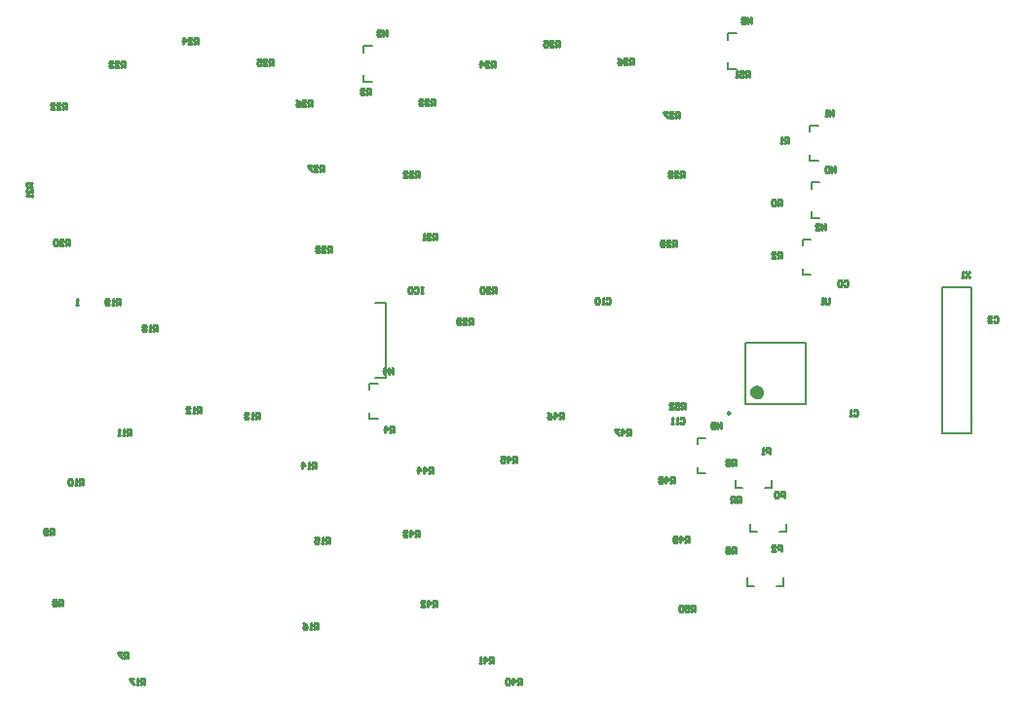
<source format=gbo>
G04*
G04 #@! TF.GenerationSoftware,Altium Limited,Altium Designer,19.0.14 (431)*
G04*
G04 Layer_Color=32896*
%FSLAX25Y25*%
%MOIN*%
G70*
G01*
G75*
%ADD10C,0.00591*%
%ADD11C,0.01000*%
%ADD55C,0.02362*%
%ADD56C,0.00984*%
%ADD57C,0.00787*%
%ADD58C,0.00800*%
D10*
X184000Y-27000D02*
Y23000D01*
X194000D01*
Y-27000D02*
Y23000D01*
X184000Y-27000D02*
X194000D01*
X100248Y-40843D02*
X103063D01*
X100248D02*
Y-38677D01*
Y-30803D02*
Y-28638D01*
X103063D01*
X110748Y97658D02*
X113563D01*
X110748D02*
Y99823D01*
Y107697D02*
Y109862D01*
X113563D01*
X138748Y78342D02*
X141563D01*
X138748Y76177D02*
Y78342D01*
Y66138D02*
Y68303D01*
Y66138D02*
X141563D01*
X139248Y58842D02*
X142063D01*
X139248Y56677D02*
Y58842D01*
Y46638D02*
Y48803D01*
Y46638D02*
X142063D01*
X136248Y27138D02*
X139063D01*
X136248D02*
Y29303D01*
Y37177D02*
Y39342D01*
X139063D01*
X129602Y-79315D02*
Y-76500D01*
X127437Y-79315D02*
X129602D01*
X117398D02*
X119563D01*
X117398D02*
Y-76500D01*
X125602Y-45815D02*
Y-43000D01*
X123437Y-45815D02*
X125602D01*
X113398D02*
X115563D01*
X113398D02*
Y-43000D01*
X-13815Y93398D02*
X-11000D01*
X-13815D02*
Y95563D01*
Y103437D02*
Y105602D01*
X-11000D01*
X-11815Y-22102D02*
X-9000D01*
X-11815D02*
Y-19937D01*
Y-12063D02*
Y-9898D01*
X-9000D01*
X130602Y-60815D02*
Y-58000D01*
X128437Y-60815D02*
X130602D01*
X118398D02*
X120563D01*
X118398D02*
Y-58000D01*
D11*
X-111500Y17100D02*
X-112167D01*
X-111833D01*
Y19099D01*
X-111500Y18766D01*
X94194Y-22108D02*
X94528Y-21775D01*
X95194D01*
X95527Y-22108D01*
Y-23441D01*
X95194Y-23774D01*
X94528D01*
X94194Y-23441D01*
X93528Y-23774D02*
X92861D01*
X93195D01*
Y-21775D01*
X93528Y-22108D01*
X91862Y-23774D02*
X91195D01*
X91529D01*
Y-21775D01*
X91862Y-22108D01*
X69067Y19057D02*
X69400Y19390D01*
X70067D01*
X70400Y19057D01*
Y17724D01*
X70067Y17391D01*
X69400D01*
X69067Y17724D01*
X68401Y17391D02*
X67734D01*
X68067D01*
Y19390D01*
X68401Y19057D01*
X66734D02*
X66401Y19390D01*
X65735D01*
X65402Y19057D01*
Y17724D01*
X65735Y17391D01*
X66401D01*
X66734Y17724D01*
Y19057D01*
X95906Y-18600D02*
Y-16601D01*
X94906D01*
X94573Y-16934D01*
Y-17600D01*
X94906Y-17933D01*
X95906D01*
X95239D02*
X94573Y-18600D01*
X92573Y-16601D02*
X93906D01*
Y-17600D01*
X93240Y-17267D01*
X92906D01*
X92573Y-17600D01*
Y-18267D01*
X92906Y-18600D01*
X93573D01*
X93906Y-18267D01*
X90574Y-18600D02*
X91907D01*
X90574Y-17267D01*
Y-16934D01*
X90907Y-16601D01*
X91574D01*
X91907Y-16934D01*
X118000Y95000D02*
Y96999D01*
X117000D01*
X116667Y96666D01*
Y96000D01*
X117000Y95666D01*
X118000D01*
X117333D02*
X116667Y95000D01*
X114668Y96999D02*
X116001D01*
Y96000D01*
X115334Y96333D01*
X115001D01*
X114668Y96000D01*
Y95333D01*
X115001Y95000D01*
X115667D01*
X116001Y95333D01*
X114001Y95000D02*
X113335D01*
X113668D01*
Y96999D01*
X114001Y96666D01*
X108200Y-25300D02*
Y-23301D01*
X106867Y-25300D01*
Y-23301D01*
X106201Y-24967D02*
X105867Y-25300D01*
X105201D01*
X104868Y-24967D01*
Y-23634D01*
X105201Y-23301D01*
X105867D01*
X106201Y-23634D01*
Y-23967D01*
X105867Y-24300D01*
X104868D01*
X118700Y113200D02*
Y115199D01*
X117367Y113200D01*
Y115199D01*
X116701Y114866D02*
X116367Y115199D01*
X115701D01*
X115368Y114866D01*
Y114533D01*
X115701Y114200D01*
X115368Y113866D01*
Y113533D01*
X115701Y113200D01*
X116367D01*
X116701Y113533D01*
Y113866D01*
X116367Y114200D01*
X116701Y114533D01*
Y114866D01*
X116367Y114200D02*
X115701D01*
X193300Y28299D02*
X191967Y26300D01*
Y28299D02*
X193300Y26300D01*
X191301D02*
X190634D01*
X190967D01*
Y28299D01*
X191301Y27966D01*
X145500Y19389D02*
Y17723D01*
X145167Y17390D01*
X144500D01*
X144167Y17723D01*
Y19389D01*
X143501Y17390D02*
X142834D01*
X143167D01*
Y19389D01*
X143501Y19056D01*
X114900Y-50551D02*
Y-48551D01*
X113900D01*
X113567Y-48885D01*
Y-49551D01*
X113900Y-49884D01*
X114900D01*
X114234D02*
X113567Y-50551D01*
X112901D02*
Y-48551D01*
X111901D01*
X111568Y-48885D01*
Y-49551D01*
X111901Y-49884D01*
X112901D01*
X112234D02*
X111568Y-50551D01*
X113400Y-68000D02*
Y-66001D01*
X112400D01*
X112067Y-66334D01*
Y-67000D01*
X112400Y-67334D01*
X113400D01*
X112733D02*
X112067Y-68000D01*
X110068Y-66334D02*
X110401Y-66001D01*
X111067D01*
X111401Y-66334D01*
Y-67667D01*
X111067Y-68000D01*
X110401D01*
X110068Y-67667D01*
Y-67000D01*
X110734D01*
X113484Y-37980D02*
Y-35981D01*
X112485D01*
X112151Y-36314D01*
Y-36981D01*
X112485Y-37314D01*
X113484D01*
X112818D02*
X112151Y-37980D01*
X111485Y-35981D02*
Y-37980D01*
X110485D01*
X110152Y-37647D01*
Y-37314D01*
X110485Y-36981D01*
X111485D01*
X110485D01*
X110152Y-36647D01*
Y-36314D01*
X110485Y-35981D01*
X111485D01*
X99447Y-88100D02*
Y-86101D01*
X98448D01*
X98114Y-86434D01*
Y-87100D01*
X98448Y-87434D01*
X99447D01*
X98781D02*
X98114Y-88100D01*
X96115Y-86101D02*
X97448D01*
Y-87100D01*
X96781Y-86767D01*
X96448D01*
X96115Y-87100D01*
Y-87767D01*
X96448Y-88100D01*
X97115D01*
X97448Y-87767D01*
X95448Y-86434D02*
X95115Y-86101D01*
X94449D01*
X94116Y-86434D01*
Y-87767D01*
X94449Y-88100D01*
X95115D01*
X95448Y-87767D01*
Y-86434D01*
X97400Y-64500D02*
Y-62501D01*
X96400D01*
X96067Y-62834D01*
Y-63500D01*
X96400Y-63834D01*
X97400D01*
X96734D02*
X96067Y-64500D01*
X94401D02*
Y-62501D01*
X95401Y-63500D01*
X94068D01*
X93401Y-64167D02*
X93068Y-64500D01*
X92402D01*
X92068Y-64167D01*
Y-62834D01*
X92402Y-62501D01*
X93068D01*
X93401Y-62834D01*
Y-63167D01*
X93068Y-63500D01*
X92068D01*
X92429Y-44100D02*
Y-42101D01*
X91429D01*
X91096Y-42434D01*
Y-43100D01*
X91429Y-43434D01*
X92429D01*
X91763D02*
X91096Y-44100D01*
X89430D02*
Y-42101D01*
X90430Y-43100D01*
X89097D01*
X88430Y-42434D02*
X88097Y-42101D01*
X87431D01*
X87098Y-42434D01*
Y-42767D01*
X87431Y-43100D01*
X87098Y-43434D01*
Y-43767D01*
X87431Y-44100D01*
X88097D01*
X88430Y-43767D01*
Y-43434D01*
X88097Y-43100D01*
X88430Y-42767D01*
Y-42434D01*
X88097Y-43100D02*
X87431D01*
X77361Y-27600D02*
Y-25601D01*
X76361D01*
X76028Y-25934D01*
Y-26600D01*
X76361Y-26934D01*
X77361D01*
X76695D02*
X76028Y-27600D01*
X74362D02*
Y-25601D01*
X75362Y-26600D01*
X74029D01*
X73362Y-25601D02*
X72029D01*
Y-25934D01*
X73362Y-27267D01*
Y-27600D01*
X54400Y-22100D02*
Y-20101D01*
X53400D01*
X53067Y-20434D01*
Y-21100D01*
X53400Y-21433D01*
X54400D01*
X53734D02*
X53067Y-22100D01*
X51401D02*
Y-20101D01*
X52401Y-21100D01*
X51068D01*
X49068Y-20101D02*
X49735Y-20434D01*
X50401Y-21100D01*
Y-21767D01*
X50068Y-22100D01*
X49402D01*
X49068Y-21767D01*
Y-21433D01*
X49402Y-21100D01*
X50401D01*
X38439Y-37100D02*
Y-35101D01*
X37439D01*
X37106Y-35434D01*
Y-36100D01*
X37439Y-36434D01*
X38439D01*
X37773D02*
X37106Y-37100D01*
X35440D02*
Y-35101D01*
X36440Y-36100D01*
X35107D01*
X33107Y-35101D02*
X34440D01*
Y-36100D01*
X33774Y-35767D01*
X33441D01*
X33107Y-36100D01*
Y-36767D01*
X33441Y-37100D01*
X34107D01*
X34440Y-36767D01*
X9829Y-40600D02*
Y-38601D01*
X8829D01*
X8496Y-38934D01*
Y-39600D01*
X8829Y-39934D01*
X9829D01*
X9163D02*
X8496Y-40600D01*
X6830D02*
Y-38601D01*
X7830Y-39600D01*
X6497D01*
X4831Y-40600D02*
Y-38601D01*
X5830Y-39600D01*
X4498D01*
X4900Y-62547D02*
Y-60548D01*
X3900D01*
X3567Y-60881D01*
Y-61548D01*
X3900Y-61881D01*
X4900D01*
X4234D02*
X3567Y-62547D01*
X1901D02*
Y-60548D01*
X2901Y-61548D01*
X1568D01*
X901Y-60881D02*
X568Y-60548D01*
X-98D01*
X-432Y-60881D01*
Y-61214D01*
X-98Y-61548D01*
X235D01*
X-98D01*
X-432Y-61881D01*
Y-62214D01*
X-98Y-62547D01*
X568D01*
X901Y-62214D01*
X10900Y-86500D02*
Y-84501D01*
X9900D01*
X9567Y-84834D01*
Y-85500D01*
X9900Y-85834D01*
X10900D01*
X10233D02*
X9567Y-86500D01*
X7901D02*
Y-84501D01*
X8901Y-85500D01*
X7568D01*
X5568Y-86500D02*
X6901D01*
X5568Y-85167D01*
Y-84834D01*
X5902Y-84501D01*
X6568D01*
X6901Y-84834D01*
X30400Y-105600D02*
Y-103601D01*
X29400D01*
X29067Y-103934D01*
Y-104600D01*
X29400Y-104934D01*
X30400D01*
X29734D02*
X29067Y-105600D01*
X27401D02*
Y-103601D01*
X28401Y-104600D01*
X27068D01*
X26401Y-105600D02*
X25735D01*
X26068D01*
Y-103601D01*
X26401Y-103934D01*
X40020Y-113147D02*
Y-111148D01*
X39021D01*
X38687Y-111481D01*
Y-112148D01*
X39021Y-112481D01*
X40020D01*
X39354D02*
X38687Y-113147D01*
X37021D02*
Y-111148D01*
X38021Y-112148D01*
X36688D01*
X36022Y-111481D02*
X35688Y-111148D01*
X35022D01*
X34689Y-111481D01*
Y-112814D01*
X35022Y-113147D01*
X35688D01*
X36022Y-112814D01*
Y-111481D01*
X92947Y36900D02*
Y38899D01*
X91948D01*
X91614Y38566D01*
Y37900D01*
X91948Y37566D01*
X92947D01*
X92281D02*
X91614Y36900D01*
X90948Y38566D02*
X90615Y38899D01*
X89948D01*
X89615Y38566D01*
Y38233D01*
X89948Y37900D01*
X90281D01*
X89948D01*
X89615Y37566D01*
Y37233D01*
X89948Y36900D01*
X90615D01*
X90948Y37233D01*
X88949D02*
X88615Y36900D01*
X87949D01*
X87616Y37233D01*
Y38566D01*
X87949Y38899D01*
X88615D01*
X88949Y38566D01*
Y38233D01*
X88615Y37900D01*
X87616D01*
X95806Y60693D02*
Y62692D01*
X94806D01*
X94473Y62359D01*
Y61693D01*
X94806Y61359D01*
X95806D01*
X95139D02*
X94473Y60693D01*
X93806Y62359D02*
X93473Y62692D01*
X92807D01*
X92473Y62359D01*
Y62026D01*
X92807Y61693D01*
X93140D01*
X92807D01*
X92473Y61359D01*
Y61026D01*
X92807Y60693D01*
X93473D01*
X93806Y61026D01*
X91807Y62359D02*
X91474Y62692D01*
X90807D01*
X90474Y62359D01*
Y62026D01*
X90807Y61693D01*
X90474Y61359D01*
Y61026D01*
X90807Y60693D01*
X91474D01*
X91807Y61026D01*
Y61359D01*
X91474Y61693D01*
X91807Y62026D01*
Y62359D01*
X91474Y61693D02*
X90807D01*
X93947Y80847D02*
Y82847D01*
X92948D01*
X92614Y82513D01*
Y81847D01*
X92948Y81514D01*
X93947D01*
X93281D02*
X92614Y80847D01*
X91948Y82513D02*
X91615Y82847D01*
X90948D01*
X90615Y82513D01*
Y82180D01*
X90948Y81847D01*
X91281D01*
X90948D01*
X90615Y81514D01*
Y81181D01*
X90948Y80847D01*
X91615D01*
X91948Y81181D01*
X89948Y82847D02*
X88616D01*
Y82513D01*
X89948Y81181D01*
Y80847D01*
X78361Y99400D02*
Y101399D01*
X77361D01*
X77028Y101066D01*
Y100400D01*
X77361Y100066D01*
X78361D01*
X77694D02*
X77028Y99400D01*
X76362Y101066D02*
X76028Y101399D01*
X75362D01*
X75029Y101066D01*
Y100733D01*
X75362Y100400D01*
X75695D01*
X75362D01*
X75029Y100066D01*
Y99733D01*
X75362Y99400D01*
X76028D01*
X76362Y99733D01*
X73029Y101399D02*
X73696Y101066D01*
X74362Y100400D01*
Y99733D01*
X74029Y99400D01*
X73362D01*
X73029Y99733D01*
Y100066D01*
X73362Y100400D01*
X74362D01*
X52947Y105400D02*
Y107399D01*
X51948D01*
X51614Y107066D01*
Y106400D01*
X51948Y106067D01*
X52947D01*
X52281D02*
X51614Y105400D01*
X50948Y107066D02*
X50615Y107399D01*
X49948D01*
X49615Y107066D01*
Y106733D01*
X49948Y106400D01*
X50281D01*
X49948D01*
X49615Y106067D01*
Y105733D01*
X49948Y105400D01*
X50615D01*
X50948Y105733D01*
X47616Y107399D02*
X48948D01*
Y106400D01*
X48282Y106733D01*
X47949D01*
X47616Y106400D01*
Y105733D01*
X47949Y105400D01*
X48615D01*
X48948Y105733D01*
X30953Y98400D02*
Y100399D01*
X29953D01*
X29620Y100066D01*
Y99400D01*
X29953Y99066D01*
X30953D01*
X30286D02*
X29620Y98400D01*
X28953Y100066D02*
X28620Y100399D01*
X27954D01*
X27621Y100066D01*
Y99733D01*
X27954Y99400D01*
X28287D01*
X27954D01*
X27621Y99066D01*
Y98733D01*
X27954Y98400D01*
X28620D01*
X28953Y98733D01*
X25954Y98400D02*
Y100399D01*
X26954Y99400D01*
X25621D01*
X10400Y85400D02*
Y87399D01*
X9400D01*
X9067Y87066D01*
Y86400D01*
X9400Y86066D01*
X10400D01*
X9734D02*
X9067Y85400D01*
X8401Y87066D02*
X8067Y87399D01*
X7401D01*
X7068Y87066D01*
Y86733D01*
X7401Y86400D01*
X7734D01*
X7401D01*
X7068Y86066D01*
Y85733D01*
X7401Y85400D01*
X8067D01*
X8401Y85733D01*
X6401Y87066D02*
X6068Y87399D01*
X5402D01*
X5068Y87066D01*
Y86733D01*
X5402Y86400D01*
X5735D01*
X5402D01*
X5068Y86066D01*
Y85733D01*
X5402Y85400D01*
X6068D01*
X6401Y85733D01*
X4900Y60686D02*
Y62686D01*
X3900D01*
X3567Y62352D01*
Y61686D01*
X3900Y61353D01*
X4900D01*
X4234D02*
X3567Y60686D01*
X2901Y62352D02*
X2567Y62686D01*
X1901D01*
X1568Y62352D01*
Y62019D01*
X1901Y61686D01*
X2234D01*
X1901D01*
X1568Y61353D01*
Y61019D01*
X1901Y60686D01*
X2567D01*
X2901Y61019D01*
X-432Y60686D02*
X901D01*
X-432Y62019D01*
Y62352D01*
X-98Y62686D01*
X568D01*
X901Y62352D01*
X10900Y39400D02*
Y41399D01*
X9900D01*
X9567Y41066D01*
Y40400D01*
X9900Y40066D01*
X10900D01*
X10233D02*
X9567Y39400D01*
X8901Y41066D02*
X8567Y41399D01*
X7901D01*
X7568Y41066D01*
Y40733D01*
X7901Y40400D01*
X8234D01*
X7901D01*
X7568Y40066D01*
Y39733D01*
X7901Y39400D01*
X8567D01*
X8901Y39733D01*
X6901Y39400D02*
X6235D01*
X6568D01*
Y41399D01*
X6901Y41066D01*
X31400Y20900D02*
Y22899D01*
X30400D01*
X30067Y22566D01*
Y21900D01*
X30400Y21566D01*
X31400D01*
X30734D02*
X30067Y20900D01*
X29401Y22566D02*
X29067Y22899D01*
X28401D01*
X28068Y22566D01*
Y22233D01*
X28401Y21900D01*
X28734D01*
X28401D01*
X28068Y21566D01*
Y21233D01*
X28401Y20900D01*
X29067D01*
X29401Y21233D01*
X27401Y22566D02*
X27068Y22899D01*
X26402D01*
X26068Y22566D01*
Y21233D01*
X26402Y20900D01*
X27068D01*
X27401Y21233D01*
Y22566D01*
X23447Y10400D02*
Y12399D01*
X22448D01*
X22114Y12066D01*
Y11400D01*
X22448Y11067D01*
X23447D01*
X22781D02*
X22114Y10400D01*
X20115D02*
X21448D01*
X20115Y11733D01*
Y12066D01*
X20448Y12399D01*
X21115D01*
X21448Y12066D01*
X19448Y10733D02*
X19115Y10400D01*
X18449D01*
X18116Y10733D01*
Y12066D01*
X18449Y12399D01*
X19115D01*
X19448Y12066D01*
Y11733D01*
X19115Y11400D01*
X18116D01*
X-25053Y34900D02*
Y36899D01*
X-26052D01*
X-26386Y36566D01*
Y35900D01*
X-26052Y35566D01*
X-25053D01*
X-25719D02*
X-26386Y34900D01*
X-28385D02*
X-27052D01*
X-28385Y36233D01*
Y36566D01*
X-28052Y36899D01*
X-27385D01*
X-27052Y36566D01*
X-29052D02*
X-29385Y36899D01*
X-30051D01*
X-30384Y36566D01*
Y36233D01*
X-30051Y35900D01*
X-30384Y35566D01*
Y35233D01*
X-30051Y34900D01*
X-29385D01*
X-29052Y35233D01*
Y35566D01*
X-29385Y35900D01*
X-29052Y36233D01*
Y36566D01*
X-29385Y35900D02*
X-30051D01*
X-27600Y62500D02*
Y64499D01*
X-28600D01*
X-28933Y64166D01*
Y63500D01*
X-28600Y63166D01*
X-27600D01*
X-28266D02*
X-28933Y62500D01*
X-30932D02*
X-29599D01*
X-30932Y63833D01*
Y64166D01*
X-30599Y64499D01*
X-29933D01*
X-29599Y64166D01*
X-31599Y64499D02*
X-32932D01*
Y64166D01*
X-31599Y62833D01*
Y62500D01*
X-31600Y84900D02*
Y86899D01*
X-32600D01*
X-32933Y86566D01*
Y85900D01*
X-32600Y85566D01*
X-31600D01*
X-32266D02*
X-32933Y84900D01*
X-34932D02*
X-33599D01*
X-34932Y86233D01*
Y86566D01*
X-34599Y86899D01*
X-33933D01*
X-33599Y86566D01*
X-36932Y86899D02*
X-36265Y86566D01*
X-35599Y85900D01*
Y85233D01*
X-35932Y84900D01*
X-36598D01*
X-36932Y85233D01*
Y85566D01*
X-36598Y85900D01*
X-35599D01*
X-45100Y98900D02*
Y100899D01*
X-46100D01*
X-46433Y100566D01*
Y99900D01*
X-46100Y99566D01*
X-45100D01*
X-45766D02*
X-46433Y98900D01*
X-48432D02*
X-47099D01*
X-48432Y100233D01*
Y100566D01*
X-48099Y100899D01*
X-47433D01*
X-47099Y100566D01*
X-50432Y100899D02*
X-49099D01*
Y99900D01*
X-49765Y100233D01*
X-50098D01*
X-50432Y99900D01*
Y99233D01*
X-50098Y98900D01*
X-49432D01*
X-49099Y99233D01*
X-70600Y106400D02*
Y108399D01*
X-71600D01*
X-71933Y108066D01*
Y107400D01*
X-71600Y107067D01*
X-70600D01*
X-71266D02*
X-71933Y106400D01*
X-73932D02*
X-72599D01*
X-73932Y107733D01*
Y108066D01*
X-73599Y108399D01*
X-72933D01*
X-72599Y108066D01*
X-75598Y106400D02*
Y108399D01*
X-74599Y107400D01*
X-75932D01*
X-95486Y98400D02*
Y100399D01*
X-96486D01*
X-96819Y100066D01*
Y99400D01*
X-96486Y99066D01*
X-95486D01*
X-96153D02*
X-96819Y98400D01*
X-98819D02*
X-97486D01*
X-98819Y99733D01*
Y100066D01*
X-98485Y100399D01*
X-97819D01*
X-97486Y100066D01*
X-99485D02*
X-99818Y100399D01*
X-100485D01*
X-100818Y100066D01*
Y99733D01*
X-100485Y99400D01*
X-100152D01*
X-100485D01*
X-100818Y99066D01*
Y98733D01*
X-100485Y98400D01*
X-99818D01*
X-99485Y98733D01*
X-115600Y83900D02*
Y85899D01*
X-116600D01*
X-116933Y85566D01*
Y84900D01*
X-116600Y84566D01*
X-115600D01*
X-116267D02*
X-116933Y83900D01*
X-118932D02*
X-117599D01*
X-118932Y85233D01*
Y85566D01*
X-118599Y85899D01*
X-117933D01*
X-117599Y85566D01*
X-120932Y83900D02*
X-119599D01*
X-120932Y85233D01*
Y85566D01*
X-120598Y85899D01*
X-119932D01*
X-119599Y85566D01*
X-127471Y58547D02*
X-129470D01*
Y57548D01*
X-129137Y57214D01*
X-128471D01*
X-128137Y57548D01*
Y58547D01*
Y57881D02*
X-127471Y57214D01*
Y55215D02*
Y56548D01*
X-128804Y55215D01*
X-129137D01*
X-129470Y55548D01*
Y56215D01*
X-129137Y56548D01*
X-127471Y54549D02*
Y53882D01*
Y54215D01*
X-129470D01*
X-129137Y54549D01*
X-114600Y37400D02*
Y39399D01*
X-115600D01*
X-115933Y39066D01*
Y38400D01*
X-115600Y38066D01*
X-114600D01*
X-115267D02*
X-115933Y37400D01*
X-117932D02*
X-116599D01*
X-117932Y38733D01*
Y39066D01*
X-117599Y39399D01*
X-116933D01*
X-116599Y39066D01*
X-118599D02*
X-118932Y39399D01*
X-119598D01*
X-119932Y39066D01*
Y37733D01*
X-119598Y37400D01*
X-118932D01*
X-118599Y37733D01*
Y39066D01*
X-97147Y17085D02*
Y19084D01*
X-98147D01*
X-98480Y18751D01*
Y18085D01*
X-98147Y17752D01*
X-97147D01*
X-97814D02*
X-98480Y17085D01*
X-99147D02*
X-99813D01*
X-99480D01*
Y19084D01*
X-99147Y18751D01*
X-100813Y17418D02*
X-101146Y17085D01*
X-101812D01*
X-102146Y17418D01*
Y18751D01*
X-101812Y19084D01*
X-101146D01*
X-100813Y18751D01*
Y18418D01*
X-101146Y18085D01*
X-102146D01*
X-84600Y7853D02*
Y9852D01*
X-85600D01*
X-85933Y9519D01*
Y8852D01*
X-85600Y8519D01*
X-84600D01*
X-85266D02*
X-85933Y7853D01*
X-86599D02*
X-87266D01*
X-86933D01*
Y9852D01*
X-86599Y9519D01*
X-88266D02*
X-88599Y9852D01*
X-89265D01*
X-89598Y9519D01*
Y9186D01*
X-89265Y8852D01*
X-89598Y8519D01*
Y8186D01*
X-89265Y7853D01*
X-88599D01*
X-88266Y8186D01*
Y8519D01*
X-88599Y8852D01*
X-88266Y9186D01*
Y9519D01*
X-88599Y8852D02*
X-89265D01*
X-89100Y-113100D02*
Y-111101D01*
X-90100D01*
X-90433Y-111434D01*
Y-112100D01*
X-90100Y-112434D01*
X-89100D01*
X-89766D02*
X-90433Y-113100D01*
X-91099D02*
X-91766D01*
X-91433D01*
Y-111101D01*
X-91099Y-111434D01*
X-92765Y-111101D02*
X-94098D01*
Y-111434D01*
X-92765Y-112767D01*
Y-113100D01*
X-29600Y-94100D02*
Y-92101D01*
X-30600D01*
X-30933Y-92434D01*
Y-93100D01*
X-30600Y-93434D01*
X-29600D01*
X-30266D02*
X-30933Y-94100D01*
X-31599D02*
X-32266D01*
X-31933D01*
Y-92101D01*
X-31599Y-92434D01*
X-34598Y-92101D02*
X-33932Y-92434D01*
X-33266Y-93100D01*
Y-93767D01*
X-33599Y-94100D01*
X-34265D01*
X-34598Y-93767D01*
Y-93434D01*
X-34265Y-93100D01*
X-33266D01*
X-25600Y-64553D02*
Y-62553D01*
X-26600D01*
X-26933Y-62887D01*
Y-63553D01*
X-26600Y-63886D01*
X-25600D01*
X-26266D02*
X-26933Y-64553D01*
X-27599D02*
X-28266D01*
X-27933D01*
Y-62553D01*
X-27599Y-62887D01*
X-30598Y-62553D02*
X-29265D01*
Y-63553D01*
X-29932Y-63220D01*
X-30265D01*
X-30598Y-63553D01*
Y-64219D01*
X-30265Y-64553D01*
X-29599D01*
X-29265Y-64219D01*
X-30167Y-39047D02*
Y-37048D01*
X-31167D01*
X-31500Y-37381D01*
Y-38048D01*
X-31167Y-38381D01*
X-30167D01*
X-30833D02*
X-31500Y-39047D01*
X-32166D02*
X-32833D01*
X-32500D01*
Y-37048D01*
X-32166Y-37381D01*
X-34832Y-39047D02*
Y-37048D01*
X-33832Y-38048D01*
X-35165D01*
X-49600Y-22053D02*
Y-20053D01*
X-50600D01*
X-50933Y-20387D01*
Y-21053D01*
X-50600Y-21386D01*
X-49600D01*
X-50266D02*
X-50933Y-22053D01*
X-51599D02*
X-52266D01*
X-51933D01*
Y-20053D01*
X-51599Y-20387D01*
X-53266D02*
X-53599Y-20053D01*
X-54265D01*
X-54598Y-20387D01*
Y-20720D01*
X-54265Y-21053D01*
X-53932D01*
X-54265D01*
X-54598Y-21386D01*
Y-21720D01*
X-54265Y-22053D01*
X-53599D01*
X-53266Y-21720D01*
X-69600Y-20100D02*
Y-18101D01*
X-70600D01*
X-70933Y-18434D01*
Y-19100D01*
X-70600Y-19433D01*
X-69600D01*
X-70266D02*
X-70933Y-20100D01*
X-71599D02*
X-72266D01*
X-71933D01*
Y-18101D01*
X-71599Y-18434D01*
X-74598Y-20100D02*
X-73265D01*
X-74598Y-18767D01*
Y-18434D01*
X-74265Y-18101D01*
X-73599D01*
X-73265Y-18434D01*
X-93547Y-27600D02*
Y-25601D01*
X-94547D01*
X-94880Y-25934D01*
Y-26600D01*
X-94547Y-26934D01*
X-93547D01*
X-94214D02*
X-94880Y-27600D01*
X-95547D02*
X-96213D01*
X-95880D01*
Y-25601D01*
X-95547Y-25934D01*
X-97213Y-27600D02*
X-97879D01*
X-97546D01*
Y-25601D01*
X-97213Y-25934D01*
X-110129Y-44600D02*
Y-42601D01*
X-111129D01*
X-111462Y-42934D01*
Y-43600D01*
X-111129Y-43934D01*
X-110129D01*
X-110795D02*
X-111462Y-44600D01*
X-112128D02*
X-112795D01*
X-112462D01*
Y-42601D01*
X-112128Y-42934D01*
X-113795D02*
X-114128Y-42601D01*
X-114794D01*
X-115127Y-42934D01*
Y-44267D01*
X-114794Y-44600D01*
X-114128D01*
X-113795Y-44267D01*
Y-42934D01*
X-120100Y-61600D02*
Y-59601D01*
X-121100D01*
X-121433Y-59934D01*
Y-60600D01*
X-121100Y-60934D01*
X-120100D01*
X-120766D02*
X-121433Y-61600D01*
X-122099Y-61267D02*
X-122433Y-61600D01*
X-123099D01*
X-123432Y-61267D01*
Y-59934D01*
X-123099Y-59601D01*
X-122433D01*
X-122099Y-59934D01*
Y-60267D01*
X-122433Y-60600D01*
X-123432D01*
X-117100Y-86100D02*
Y-84101D01*
X-118100D01*
X-118433Y-84434D01*
Y-85100D01*
X-118100Y-85434D01*
X-117100D01*
X-117766D02*
X-118433Y-86100D01*
X-119099Y-84434D02*
X-119433Y-84101D01*
X-120099D01*
X-120432Y-84434D01*
Y-84767D01*
X-120099Y-85100D01*
X-120432Y-85434D01*
Y-85767D01*
X-120099Y-86100D01*
X-119433D01*
X-119099Y-85767D01*
Y-85434D01*
X-119433Y-85100D01*
X-119099Y-84767D01*
Y-84434D01*
X-119433Y-85100D02*
X-120099D01*
X-94647Y-104100D02*
Y-102101D01*
X-95647D01*
X-95980Y-102434D01*
Y-103100D01*
X-95647Y-103434D01*
X-94647D01*
X-95314D02*
X-95980Y-104100D01*
X-96647Y-102101D02*
X-97979D01*
Y-102434D01*
X-96647Y-103767D01*
Y-104100D01*
X-3536Y-26854D02*
Y-24855D01*
X-4536D01*
X-4869Y-25188D01*
Y-25854D01*
X-4536Y-26188D01*
X-3536D01*
X-4203D02*
X-4869Y-26854D01*
X-6535D02*
Y-24855D01*
X-5536Y-25854D01*
X-6868D01*
X-11600Y88900D02*
Y90899D01*
X-12600D01*
X-12933Y90566D01*
Y89900D01*
X-12600Y89566D01*
X-11600D01*
X-12267D02*
X-12933Y88900D01*
X-13599Y90566D02*
X-13933Y90899D01*
X-14599D01*
X-14932Y90566D01*
Y90233D01*
X-14599Y89900D01*
X-14266D01*
X-14599D01*
X-14932Y89566D01*
Y89233D01*
X-14599Y88900D01*
X-13933D01*
X-13599Y89233D01*
X128947Y32900D02*
Y34899D01*
X127948D01*
X127614Y34566D01*
Y33900D01*
X127948Y33566D01*
X128947D01*
X128281D02*
X127614Y32900D01*
X125615D02*
X126948D01*
X125615Y34233D01*
Y34566D01*
X125948Y34899D01*
X126615D01*
X126948Y34566D01*
X131447Y72400D02*
Y74399D01*
X130448D01*
X130114Y74066D01*
Y73400D01*
X130448Y73066D01*
X131447D01*
X130781D02*
X130114Y72400D01*
X129448D02*
X128781D01*
X129115D01*
Y74399D01*
X129448Y74066D01*
X128931Y50900D02*
Y52899D01*
X127932D01*
X127599Y52566D01*
Y51900D01*
X127932Y51566D01*
X128931D01*
X128265D02*
X127599Y50900D01*
X126932Y52566D02*
X126599Y52899D01*
X125933D01*
X125599Y52566D01*
Y51233D01*
X125933Y50900D01*
X126599D01*
X126932Y51233D01*
Y52566D01*
X128900Y-67400D02*
Y-65401D01*
X127900D01*
X127567Y-65734D01*
Y-66400D01*
X127900Y-66734D01*
X128900D01*
X125568Y-67400D02*
X126901D01*
X125568Y-66067D01*
Y-65734D01*
X125901Y-65401D01*
X126567D01*
X126901Y-65734D01*
X124900Y-33900D02*
Y-31901D01*
X123900D01*
X123567Y-32234D01*
Y-32901D01*
X123900Y-33234D01*
X124900D01*
X122901Y-33900D02*
X122234D01*
X122567D01*
Y-31901D01*
X122901Y-32234D01*
X129905Y-48900D02*
Y-46901D01*
X128906D01*
X128573Y-47234D01*
Y-47900D01*
X128906Y-48234D01*
X129905D01*
X127906Y-47234D02*
X127573Y-46901D01*
X126907D01*
X126573Y-47234D01*
Y-48567D01*
X126907Y-48900D01*
X127573D01*
X127906Y-48567D01*
Y-47234D01*
X-3900Y-6600D02*
Y-4601D01*
X-5233Y-6600D01*
Y-4601D01*
X-6899Y-6600D02*
Y-4601D01*
X-5899Y-5600D01*
X-7232D01*
X-5900Y108900D02*
Y110899D01*
X-7233Y108900D01*
Y110899D01*
X-7899Y110566D02*
X-8233Y110899D01*
X-8899D01*
X-9232Y110566D01*
Y110233D01*
X-8899Y109900D01*
X-8566D01*
X-8899D01*
X-9232Y109566D01*
Y109233D01*
X-8899Y108900D01*
X-8233D01*
X-7899Y109233D01*
X144163Y42640D02*
Y44640D01*
X142830Y42640D01*
Y44640D01*
X140831Y42640D02*
X142164D01*
X140831Y43973D01*
Y44306D01*
X141164Y44640D01*
X141830D01*
X142164Y44306D01*
X146700Y81680D02*
Y83680D01*
X145367Y81680D01*
Y83680D01*
X144701Y81680D02*
X144034D01*
X144367D01*
Y83680D01*
X144701Y83346D01*
X147200Y62180D02*
Y64180D01*
X145867Y62180D01*
Y64180D01*
X145201Y63846D02*
X144867Y64180D01*
X144201D01*
X143868Y63846D01*
Y62514D01*
X144201Y62180D01*
X144867D01*
X145201Y62514D01*
Y63846D01*
X6435Y22933D02*
X5768D01*
X6102D01*
Y20934D01*
X6435D01*
X5768D01*
X3436Y22600D02*
X3769Y22933D01*
X4436D01*
X4769Y22600D01*
Y21267D01*
X4436Y20934D01*
X3769D01*
X3436Y21267D01*
X2770Y22600D02*
X2436Y22933D01*
X1770D01*
X1437Y22600D01*
Y21267D01*
X1770Y20934D01*
X2436D01*
X2770Y21267D01*
Y22600D01*
X201767Y12566D02*
X202100Y12899D01*
X202767D01*
X203100Y12566D01*
Y11233D01*
X202767Y10900D01*
X202100D01*
X201767Y11233D01*
X201101Y12566D02*
X200767Y12899D01*
X200101D01*
X199768Y12566D01*
Y12233D01*
X200101Y11900D01*
X200434D01*
X200101D01*
X199768Y11567D01*
Y11233D01*
X200101Y10900D01*
X200767D01*
X201101Y11233D01*
X153567Y-19234D02*
X153900Y-18901D01*
X154567D01*
X154900Y-19234D01*
Y-20567D01*
X154567Y-20900D01*
X153900D01*
X153567Y-20567D01*
X152901Y-20900D02*
X152234D01*
X152567D01*
Y-18901D01*
X152901Y-19234D01*
X150267Y24909D02*
X150600Y25242D01*
X151267D01*
X151600Y24909D01*
Y23576D01*
X151267Y23243D01*
X150600D01*
X150267Y23576D01*
X149601Y24909D02*
X149267Y25242D01*
X148601D01*
X148268Y24909D01*
Y23576D01*
X148601Y23243D01*
X149267D01*
X149601Y23576D01*
Y24909D01*
D55*
X121685Y-12996D02*
X121240Y-12073D01*
X120241Y-11845D01*
X119440Y-12484D01*
Y-13509D01*
X120241Y-14148D01*
X121240Y-13919D01*
X121685Y-12996D01*
D56*
X111350Y-20083D02*
X110612Y-19657D01*
Y-20509D01*
X111350Y-20083D01*
D57*
X116567Y3933D02*
X137433D01*
X116567Y-16933D02*
X137433D01*
Y3933D01*
X116567Y-16933D02*
Y3933D01*
D58*
X-9965Y17515D02*
X-6465Y17516D01*
X-9965Y-8075D02*
X-6465Y-8075D01*
X-6465Y-8075D02*
Y17515D01*
M02*

</source>
